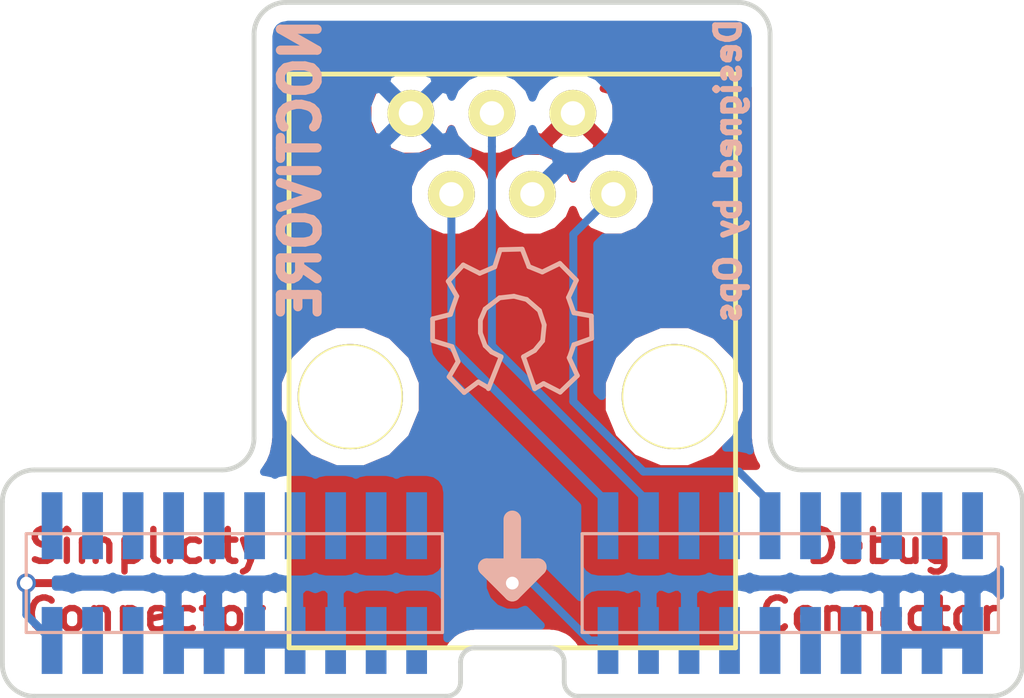
<source format=kicad_pcb>
(kicad_pcb (version 4) (host pcbnew 4.0.1-3.201512221402+6198~38~ubuntu15.04.1-stable)

  (general
    (links 16)
    (no_connects 0)
    (area 129.687976 91.704999 162.555001 114.725)
    (thickness 1.6)
    (drawings 40)
    (tracks 21)
    (zones 0)
    (modules 4)
    (nets 31)
  )

  (page A4)
  (layers
    (0 F.Cu signal)
    (31 B.Cu signal)
    (32 B.Adhes user)
    (33 F.Adhes user)
    (34 B.Paste user)
    (35 F.Paste user)
    (36 B.SilkS user)
    (37 F.SilkS user)
    (38 B.Mask user)
    (39 F.Mask user)
    (40 Dwgs.User user)
    (41 Cmts.User user)
    (42 Eco1.User user)
    (43 Eco2.User user)
    (44 Edge.Cuts user)
    (45 Margin user)
    (46 B.CrtYd user)
    (47 F.CrtYd user)
    (48 B.Fab user)
    (49 F.Fab user)
  )

  (setup
    (last_trace_width 0.25)
    (trace_clearance 0.2)
    (zone_clearance 0.5)
    (zone_45_only no)
    (trace_min 0.2)
    (segment_width 0.2)
    (edge_width 0.15)
    (via_size 0.6)
    (via_drill 0.4)
    (via_min_size 0.4)
    (via_min_drill 0.3)
    (uvia_size 0.3)
    (uvia_drill 0.1)
    (uvias_allowed no)
    (uvia_min_size 0.2)
    (uvia_min_drill 0.1)
    (pcb_text_width 0.3)
    (pcb_text_size 1.5 1.5)
    (mod_edge_width 0.15)
    (mod_text_size 1 1)
    (mod_text_width 0.15)
    (pad_size 3.3 3.3)
    (pad_drill 3.2)
    (pad_to_mask_clearance 0.2)
    (aux_axis_origin 0 0)
    (visible_elements FFFFFF7F)
    (pcbplotparams
      (layerselection 0x010d4_80000001)
      (usegerberextensions true)
      (excludeedgelayer true)
      (linewidth 0.100000)
      (plotframeref false)
      (viasonmask false)
      (mode 1)
      (useauxorigin false)
      (hpglpennumber 1)
      (hpglpenspeed 20)
      (hpglpendiameter 15)
      (hpglpenoverlay 2)
      (psnegative false)
      (psa4output false)
      (plotreference true)
      (plotvalue true)
      (plotinvisibletext false)
      (padsonsilk false)
      (subtractmaskfromsilk false)
      (outputformat 1)
      (mirror false)
      (drillshape 0)
      (scaleselection 1)
      (outputdirectory /home/ops/Documents/Earings/BGM111_Programmer/gerbers/))
  )

  (net 0 "")
  (net 1 GND)
  (net 2 /SWDIO)
  (net 3 /RESET)
  (net 4 /SWCLK)
  (net 5 +3V3)
  (net 6 "Net-(P1-Pad8)")
  (net 7 "Net-(P1-Pad10)")
  (net 8 "Net-(P1-Pad12)")
  (net 9 "Net-(P1-Pad14)")
  (net 10 "Net-(P1-Pad5)")
  (net 11 "Net-(P1-Pad7)")
  (net 12 "Net-(P1-Pad11)")
  (net 13 "Net-(P1-Pad13)")
  (net 14 "Net-(P1-Pad15)")
  (net 15 "Net-(P1-Pad17)")
  (net 16 "Net-(P1-Pad19)")
  (net 17 "Net-(P2-Pad4)")
  (net 18 "Net-(P2-Pad6)")
  (net 19 "Net-(P2-Pad18)")
  (net 20 "Net-(P2-Pad20)")
  (net 21 "Net-(P2-Pad1)")
  (net 22 "Net-(P2-Pad3)")
  (net 23 "Net-(P2-Pad5)")
  (net 24 "Net-(P2-Pad7)")
  (net 25 "Net-(P2-Pad9)")
  (net 26 "Net-(P2-Pad11)")
  (net 27 "Net-(P2-Pad13)")
  (net 28 "Net-(P2-Pad15)")
  (net 29 "Net-(P2-Pad17)")
  (net 30 "Net-(P2-Pad19)")

  (net_class Default "This is the default net class."
    (clearance 0.2)
    (trace_width 0.25)
    (via_dia 0.6)
    (via_drill 0.4)
    (uvia_dia 0.3)
    (uvia_drill 0.1)
    (add_net +3V3)
    (add_net /RESET)
    (add_net /SWCLK)
    (add_net /SWDIO)
    (add_net GND)
    (add_net "Net-(P1-Pad10)")
    (add_net "Net-(P1-Pad11)")
    (add_net "Net-(P1-Pad12)")
    (add_net "Net-(P1-Pad13)")
    (add_net "Net-(P1-Pad14)")
    (add_net "Net-(P1-Pad15)")
    (add_net "Net-(P1-Pad17)")
    (add_net "Net-(P1-Pad19)")
    (add_net "Net-(P1-Pad5)")
    (add_net "Net-(P1-Pad7)")
    (add_net "Net-(P1-Pad8)")
    (add_net "Net-(P2-Pad1)")
    (add_net "Net-(P2-Pad11)")
    (add_net "Net-(P2-Pad13)")
    (add_net "Net-(P2-Pad15)")
    (add_net "Net-(P2-Pad17)")
    (add_net "Net-(P2-Pad18)")
    (add_net "Net-(P2-Pad19)")
    (add_net "Net-(P2-Pad20)")
    (add_net "Net-(P2-Pad3)")
    (add_net "Net-(P2-Pad4)")
    (add_net "Net-(P2-Pad5)")
    (add_net "Net-(P2-Pad6)")
    (add_net "Net-(P2-Pad7)")
    (add_net "Net-(P2-Pad9)")
  )

  (module lib:Pin_Header_Straight_2X20_Pitch_1.27mm (layer B.Cu) (tedit 56ABFB79) (tstamp 56ABF462)
    (at 155.2025 110)
    (path /56AABF45)
    (fp_text reference P1 (at 0 3.75) (layer B.SilkS) hide
      (effects (font (size 1 1) (thickness 0.15)) (justify mirror))
    )
    (fp_text value "Debug Connector" (at 0 0) (layer F.Fab) hide
      (effects (font (size 1 1) (thickness 0.15)))
    )
    (fp_line (start -6.525 1.55) (end 6.525 1.55) (layer B.SilkS) (width 0.1))
    (fp_line (start -6.525 -1.55) (end -6.525 1.55) (layer B.SilkS) (width 0.1))
    (fp_line (start 6.525 -1.55) (end -6.525 -1.55) (layer B.SilkS) (width 0.1))
    (fp_line (start 6.525 1.55) (end 6.525 -1.55) (layer B.SilkS) (width 0.1))
    (pad 2 smd rect (at -5.715 1.8) (size 0.65 2.1) (layers B.Cu B.Paste B.Mask)
      (net 5 +3V3) (solder_mask_margin 0.1))
    (pad 4 smd rect (at -4.445 1.8) (size 0.65 2.1) (layers B.Cu B.Paste B.Mask)
      (net 1 GND) (solder_mask_margin 0.1))
    (pad 6 smd rect (at -3.175 1.8) (size 0.65 2.1) (layers B.Cu B.Paste B.Mask)
      (net 1 GND) (solder_mask_margin 0.1))
    (pad 8 smd rect (at -1.905 1.8) (size 0.65 2.1) (layers B.Cu B.Paste B.Mask)
      (net 6 "Net-(P1-Pad8)") (solder_mask_margin 0.1))
    (pad 10 smd rect (at -0.635 1.8) (size 0.65 2.1) (layers B.Cu B.Paste B.Mask)
      (net 7 "Net-(P1-Pad10)") (solder_mask_margin 0.1))
    (pad 12 smd rect (at 0.635 1.8) (size 0.65 2.1) (layers B.Cu B.Paste B.Mask)
      (net 8 "Net-(P1-Pad12)") (solder_mask_margin 0.1))
    (pad 14 smd rect (at 1.905 1.8) (size 0.65 2.1) (layers B.Cu B.Paste B.Mask)
      (net 9 "Net-(P1-Pad14)") (solder_mask_margin 0.1))
    (pad 16 smd rect (at 3.175 1.8) (size 0.65 2.1) (layers B.Cu B.Paste B.Mask)
      (net 1 GND) (solder_mask_margin 0.1))
    (pad 18 smd rect (at 4.445 1.8) (size 0.65 2.1) (layers B.Cu B.Paste B.Mask)
      (net 1 GND) (solder_mask_margin 0.1))
    (pad 20 smd rect (at 5.715 1.8) (size 0.65 2.1) (layers B.Cu B.Paste B.Mask)
      (net 1 GND) (solder_mask_margin 0.1))
    (pad 1 smd rect (at -5.715 -1.8) (size 0.65 2.1) (layers B.Cu B.Paste B.Mask)
      (net 2 /SWDIO) (solder_mask_margin 0.1))
    (pad 3 smd rect (at -4.445 -1.8) (size 0.65 2.1) (layers B.Cu B.Paste B.Mask)
      (net 4 /SWCLK) (solder_mask_margin 0.1))
    (pad 5 smd rect (at -3.175 -1.8) (size 0.65 2.1) (layers B.Cu B.Paste B.Mask)
      (net 10 "Net-(P1-Pad5)") (solder_mask_margin 0.1))
    (pad 7 smd rect (at -1.905 -1.8) (size 0.65 2.1) (layers B.Cu B.Paste B.Mask)
      (net 11 "Net-(P1-Pad7)") (solder_mask_margin 0.1))
    (pad 9 smd rect (at -0.635 -1.8) (size 0.65 2.1) (layers B.Cu B.Paste B.Mask)
      (net 3 /RESET) (solder_mask_margin 0.1))
    (pad 11 smd rect (at 0.635 -1.8) (size 0.65 2.1) (layers B.Cu B.Paste B.Mask)
      (net 12 "Net-(P1-Pad11)") (solder_mask_margin 0.1))
    (pad 13 smd rect (at 1.905 -1.8) (size 0.65 2.1) (layers B.Cu B.Paste B.Mask)
      (net 13 "Net-(P1-Pad13)") (solder_mask_margin 0.1))
    (pad 15 smd rect (at 3.175 -1.8) (size 0.65 2.1) (layers B.Cu B.Paste B.Mask)
      (net 14 "Net-(P1-Pad15)") (solder_mask_margin 0.1))
    (pad 17 smd rect (at 4.445 -1.8) (size 0.65 2.1) (layers B.Cu B.Paste B.Mask)
      (net 15 "Net-(P1-Pad17)") (solder_mask_margin 0.1))
    (pad 19 smd rect (at 5.715 -1.8) (size 0.65 2.1) (layers B.Cu B.Paste B.Mask)
      (net 16 "Net-(P1-Pad19)") (solder_mask_margin 0.1))
  )

  (module lib:Pin_Header_Straight_2X20_Pitch_1.27mm (layer B.Cu) (tedit 56ABFB7F) (tstamp 56ABF47A)
    (at 137.7725 110)
    (path /56AABF8E)
    (fp_text reference P2 (at 0 3.75) (layer B.SilkS) hide
      (effects (font (size 1 1) (thickness 0.15)) (justify mirror))
    )
    (fp_text value "Simplicity Connector" (at 0 0) (layer F.Fab) hide
      (effects (font (size 1 1) (thickness 0.15)))
    )
    (fp_line (start -6.525 1.55) (end 6.525 1.55) (layer B.SilkS) (width 0.1))
    (fp_line (start -6.525 -1.55) (end -6.525 1.55) (layer B.SilkS) (width 0.1))
    (fp_line (start 6.525 -1.55) (end -6.525 -1.55) (layer B.SilkS) (width 0.1))
    (fp_line (start 6.525 1.55) (end 6.525 -1.55) (layer B.SilkS) (width 0.1))
    (pad 2 smd rect (at -5.715 1.8) (size 0.65 2.1) (layers B.Cu B.Paste B.Mask)
      (net 5 +3V3) (solder_mask_margin 0.1))
    (pad 4 smd rect (at -4.445 1.8) (size 0.65 2.1) (layers B.Cu B.Paste B.Mask)
      (net 17 "Net-(P2-Pad4)") (solder_mask_margin 0.1))
    (pad 6 smd rect (at -3.175 1.8) (size 0.65 2.1) (layers B.Cu B.Paste B.Mask)
      (net 18 "Net-(P2-Pad6)") (solder_mask_margin 0.1))
    (pad 8 smd rect (at -1.905 1.8) (size 0.65 2.1) (layers B.Cu B.Paste B.Mask)
      (net 1 GND) (solder_mask_margin 0.1))
    (pad 10 smd rect (at -0.635 1.8) (size 0.65 2.1) (layers B.Cu B.Paste B.Mask)
      (net 1 GND) (solder_mask_margin 0.1))
    (pad 12 smd rect (at 0.635 1.8) (size 0.65 2.1) (layers B.Cu B.Paste B.Mask)
      (net 1 GND) (solder_mask_margin 0.1))
    (pad 14 smd rect (at 1.905 1.8) (size 0.65 2.1) (layers B.Cu B.Paste B.Mask)
      (net 1 GND) (solder_mask_margin 0.1))
    (pad 16 smd rect (at 3.175 1.8) (size 0.65 2.1) (layers B.Cu B.Paste B.Mask)
      (net 1 GND) (solder_mask_margin 0.1))
    (pad 18 smd rect (at 4.445 1.8) (size 0.65 2.1) (layers B.Cu B.Paste B.Mask)
      (net 19 "Net-(P2-Pad18)") (solder_mask_margin 0.1))
    (pad 20 smd rect (at 5.715 1.8) (size 0.65 2.1) (layers B.Cu B.Paste B.Mask)
      (net 20 "Net-(P2-Pad20)") (solder_mask_margin 0.1))
    (pad 1 smd rect (at -5.715 -1.8) (size 0.65 2.1) (layers B.Cu B.Paste B.Mask)
      (net 21 "Net-(P2-Pad1)") (solder_mask_margin 0.1))
    (pad 3 smd rect (at -4.445 -1.8) (size 0.65 2.1) (layers B.Cu B.Paste B.Mask)
      (net 22 "Net-(P2-Pad3)") (solder_mask_margin 0.1))
    (pad 5 smd rect (at -3.175 -1.8) (size 0.65 2.1) (layers B.Cu B.Paste B.Mask)
      (net 23 "Net-(P2-Pad5)") (solder_mask_margin 0.1))
    (pad 7 smd rect (at -1.905 -1.8) (size 0.65 2.1) (layers B.Cu B.Paste B.Mask)
      (net 24 "Net-(P2-Pad7)") (solder_mask_margin 0.1))
    (pad 9 smd rect (at -0.635 -1.8) (size 0.65 2.1) (layers B.Cu B.Paste B.Mask)
      (net 25 "Net-(P2-Pad9)") (solder_mask_margin 0.1))
    (pad 11 smd rect (at 0.635 -1.8) (size 0.65 2.1) (layers B.Cu B.Paste B.Mask)
      (net 26 "Net-(P2-Pad11)") (solder_mask_margin 0.1))
    (pad 13 smd rect (at 1.905 -1.8) (size 0.65 2.1) (layers B.Cu B.Paste B.Mask)
      (net 27 "Net-(P2-Pad13)") (solder_mask_margin 0.1))
    (pad 15 smd rect (at 3.175 -1.8) (size 0.65 2.1) (layers B.Cu B.Paste B.Mask)
      (net 28 "Net-(P2-Pad15)") (solder_mask_margin 0.1))
    (pad 17 smd rect (at 4.445 -1.8) (size 0.65 2.1) (layers B.Cu B.Paste B.Mask)
      (net 29 "Net-(P2-Pad17)") (solder_mask_margin 0.1))
    (pad 19 smd rect (at 5.715 -1.8) (size 0.65 2.1) (layers B.Cu B.Paste B.Mask)
      (net 30 "Net-(P2-Pad19)") (solder_mask_margin 0.1))
  )

  (module lib:RJ12 (layer F.Cu) (tedit 56C0EB2A) (tstamp 56ABF44A)
    (at 146.4875 104.15)
    (path /56AC2090)
    (fp_text reference J1 (at 0 -10.9) (layer F.SilkS) hide
      (effects (font (size 1 1) (thickness 0.15)))
    )
    (fp_text value FCI_RJ12 (at 0 8.8) (layer F.Fab) hide
      (effects (font (size 1 1) (thickness 0.15)))
    )
    (fp_line (start -7 -10.12) (end -7 7.88) (layer F.SilkS) (width 0.15))
    (fp_line (start 7 -10.12) (end 7 7.88) (layer F.SilkS) (width 0.15))
    (fp_line (start -7 7.88) (end 7 7.88) (layer F.SilkS) (width 0.15))
    (fp_line (start -7 -10.12) (end 7 -10.12) (layer F.SilkS) (width 0.15))
    (pad 6 thru_hole circle (at 3.17 -6.35) (size 1.4712 1.4712) (drill 0.76) (layers *.Cu *.Mask F.SilkS)
      (net 3 /RESET))
    (pad "" np_thru_hole circle (at 5.08 0) (size 3.3 3.3) (drill 3.2) (layers *.Cu *.Mask F.SilkS))
    (pad "" np_thru_hole circle (at -5.08 0) (size 3.3 3.3) (drill 3.2) (layers *.Cu *.Mask F.SilkS))
    (pad 5 thru_hole circle (at 1.9 -8.89) (size 1.4712 1.4712) (drill 0.76) (layers *.Cu *.Mask F.SilkS)
      (net 5 +3V3))
    (pad 3 thru_hole circle (at -0.64 -8.89) (size 1.4712 1.4712) (drill 0.76) (layers *.Cu *.Mask F.SilkS)
      (net 4 /SWCLK))
    (pad 1 thru_hole circle (at -3.18 -8.89) (size 1.4712 1.4712) (drill 0.76) (layers *.Cu *.Mask F.SilkS)
      (net 1 GND))
    (pad 4 thru_hole circle (at 0.63 -6.35) (size 1.4712 1.4712) (drill 0.76) (layers *.Cu *.Mask F.SilkS)
      (net 1 GND))
    (pad 2 thru_hole circle (at -1.91 -6.35) (size 1.4712 1.4712) (drill 0.76) (layers *.Cu *.Mask F.SilkS)
      (net 2 /SWDIO))
  )

  (module lib:Symbol_OSHW-Logo_SilkScreen (layer B.Cu) (tedit 56AC2892) (tstamp 56AC2887)
    (at 146.4875 102 180)
    (descr "Symbol, OSHW-Logo, Silk Screen,")
    (tags "Symbol, OSHW-Logo, Silk Screen,")
    (fp_text reference REF** (at 0 3.4 180) (layer B.SilkS) hide
      (effects (font (size 1 1) (thickness 0.15)) (justify mirror))
    )
    (fp_text value Symbol_OSHW-Logo_SilkScreen (at 0 -3.2 180) (layer B.Fab) hide
      (effects (font (size 1 1) (thickness 0.15)) (justify mirror))
    )
    (fp_line (start -1.78054 -0.92964) (end -2.03962 -1.49098) (layer B.SilkS) (width 0.15))
    (fp_line (start -2.03962 -1.49098) (end -1.50114 -2.00914) (layer B.SilkS) (width 0.15))
    (fp_line (start -1.50114 -2.00914) (end -0.98044 -1.7399) (layer B.SilkS) (width 0.15))
    (fp_line (start -0.98044 -1.7399) (end -0.70104 -1.89992) (layer B.SilkS) (width 0.15))
    (fp_line (start 0.73914 -1.8796) (end 1.06934 -1.6891) (layer B.SilkS) (width 0.15))
    (fp_line (start 1.06934 -1.6891) (end 1.50876 -2.0193) (layer B.SilkS) (width 0.15))
    (fp_line (start 1.50876 -2.0193) (end 1.9812 -1.52908) (layer B.SilkS) (width 0.15))
    (fp_line (start 1.9812 -1.52908) (end 1.69926 -1.04902) (layer B.SilkS) (width 0.15))
    (fp_line (start 1.69926 -1.04902) (end 1.88976 -0.57912) (layer B.SilkS) (width 0.15))
    (fp_line (start 1.88976 -0.57912) (end 2.49936 -0.39116) (layer B.SilkS) (width 0.15))
    (fp_line (start 2.49936 -0.39116) (end 2.49936 0.28956) (layer B.SilkS) (width 0.15))
    (fp_line (start 2.49936 0.28956) (end 1.94056 0.42926) (layer B.SilkS) (width 0.15))
    (fp_line (start 1.94056 0.42926) (end 1.7399 1.00076) (layer B.SilkS) (width 0.15))
    (fp_line (start 1.7399 1.00076) (end 2.00914 1.47066) (layer B.SilkS) (width 0.15))
    (fp_line (start 2.00914 1.47066) (end 1.53924 1.9812) (layer B.SilkS) (width 0.15))
    (fp_line (start 1.53924 1.9812) (end 1.02108 1.71958) (layer B.SilkS) (width 0.15))
    (fp_line (start 1.02108 1.71958) (end 0.55118 1.92024) (layer B.SilkS) (width 0.15))
    (fp_line (start 0.55118 1.92024) (end 0.381 2.46126) (layer B.SilkS) (width 0.15))
    (fp_line (start 0.381 2.46126) (end -0.30988 2.47904) (layer B.SilkS) (width 0.15))
    (fp_line (start -0.30988 2.47904) (end -0.5207 1.9304) (layer B.SilkS) (width 0.15))
    (fp_line (start -0.5207 1.9304) (end -0.9398 1.76022) (layer B.SilkS) (width 0.15))
    (fp_line (start -0.9398 1.76022) (end -1.49098 2.02946) (layer B.SilkS) (width 0.15))
    (fp_line (start -1.49098 2.02946) (end -2.00914 1.50114) (layer B.SilkS) (width 0.15))
    (fp_line (start -2.00914 1.50114) (end -1.76022 0.96012) (layer B.SilkS) (width 0.15))
    (fp_line (start -1.76022 0.96012) (end -1.9304 0.48006) (layer B.SilkS) (width 0.15))
    (fp_line (start -1.9304 0.48006) (end -2.47904 0.381) (layer B.SilkS) (width 0.15))
    (fp_line (start -2.47904 0.381) (end -2.4892 -0.32004) (layer B.SilkS) (width 0.15))
    (fp_line (start -2.4892 -0.32004) (end -1.9304 -0.5207) (layer B.SilkS) (width 0.15))
    (fp_line (start -1.9304 -0.5207) (end -1.7907 -0.91948) (layer B.SilkS) (width 0.15))
    (fp_line (start 0.35052 -0.89916) (end 0.65024 -0.7493) (layer B.SilkS) (width 0.15))
    (fp_line (start 0.65024 -0.7493) (end 0.8509 -0.55118) (layer B.SilkS) (width 0.15))
    (fp_line (start 0.8509 -0.55118) (end 1.00076 -0.14986) (layer B.SilkS) (width 0.15))
    (fp_line (start 1.00076 -0.14986) (end 1.00076 0.24892) (layer B.SilkS) (width 0.15))
    (fp_line (start 1.00076 0.24892) (end 0.8509 0.59944) (layer B.SilkS) (width 0.15))
    (fp_line (start 0.8509 0.59944) (end 0.39878 0.94996) (layer B.SilkS) (width 0.15))
    (fp_line (start 0.39878 0.94996) (end -0.0508 1.00076) (layer B.SilkS) (width 0.15))
    (fp_line (start -0.0508 1.00076) (end -0.44958 0.89916) (layer B.SilkS) (width 0.15))
    (fp_line (start -0.44958 0.89916) (end -0.8509 0.55118) (layer B.SilkS) (width 0.15))
    (fp_line (start -0.8509 0.55118) (end -1.00076 0.09906) (layer B.SilkS) (width 0.15))
    (fp_line (start -1.00076 0.09906) (end -0.94996 -0.39878) (layer B.SilkS) (width 0.15))
    (fp_line (start -0.94996 -0.39878) (end -0.70104 -0.70104) (layer B.SilkS) (width 0.15))
    (fp_line (start -0.70104 -0.70104) (end -0.35052 -0.89916) (layer B.SilkS) (width 0.15))
    (fp_line (start -0.35052 -0.89916) (end -0.70104 -1.89992) (layer B.SilkS) (width 0.15))
    (fp_line (start 0.35052 -0.89916) (end 0.7493 -1.89992) (layer B.SilkS) (width 0.15))
  )

  (gr_line (start 146.4875 110.3) (end 145.6875 109.5) (layer B.SilkS) (width 0.55))
  (gr_line (start 147.2875 109.5) (end 146.4875 110.3) (layer B.SilkS) (width 0.55))
  (gr_line (start 145.6875 109.5) (end 147.2875 109.5) (layer B.SilkS) (width 0.55))
  (gr_line (start 146.4875 108) (end 146.4875 110) (layer B.SilkS) (width 0.55))
  (gr_text "Designed by Ops" (at 153.26 97.07 90) (layer B.SilkS)
    (effects (font (size 0.75 0.75) (thickness 0.1875)) (justify mirror))
  )
  (gr_text NOCTIVORE (at 139.85 97.03 90) (layer B.SilkS)
    (effects (font (size 1.15 1.15) (thickness 0.2875)) (justify mirror))
  )
  (gr_arc (start 148.565 113.1) (end 148.565 113.55) (angle 90) (layer Edge.Cuts) (width 0.15) (tstamp 56B11E83))
  (gr_arc (start 147.665 112.48) (end 147.665 112.03) (angle 90) (layer Edge.Cuts) (width 0.15) (tstamp 56B11E77))
  (gr_arc (start 145.315 112.48) (end 144.865 112.48) (angle 90) (layer Edge.Cuts) (width 0.15) (tstamp 56B11E6C))
  (gr_arc (start 144.415 113.1) (end 144.865 113.1) (angle 90) (layer Edge.Cuts) (width 0.15))
  (gr_line (start 148.115 112.48) (end 148.115 113.1) (layer Edge.Cuts) (width 0.15))
  (gr_line (start 144.865 112.48) (end 144.865 113.1) (layer Edge.Cuts) (width 0.15))
  (gr_line (start 145.315 112.03) (end 147.665 112.03) (layer Edge.Cuts) (width 0.15))
  (gr_line (start 144.415 113.55) (end 131.5 113.55) (layer Edge.Cuts) (width 0.15) (tstamp 56B11961))
  (gr_arc (start 153.57 92.78) (end 153.57 91.78) (angle 90) (layer Edge.Cuts) (width 0.15) (tstamp 56AC168A))
  (gr_arc (start 139.39 92.78) (end 138.39 92.78) (angle 90) (layer Edge.Cuts) (width 0.15) (tstamp 56AC1688))
  (gr_arc (start 137.39 105.45) (end 138.39 105.45) (angle 90) (layer Edge.Cuts) (width 0.15) (tstamp 56AC1685))
  (gr_arc (start 131.5 107.45) (end 130.5 107.45) (angle 90) (layer Edge.Cuts) (width 0.15) (tstamp 56AC1683))
  (gr_arc (start 131.5 112.55) (end 131.5 113.55) (angle 90) (layer Edge.Cuts) (width 0.15) (tstamp 56AC1681))
  (gr_arc (start 161.48 112.55) (end 162.48 112.55) (angle 90) (layer Edge.Cuts) (width 0.15) (tstamp 56AC167F))
  (gr_arc (start 161.48 107.45) (end 161.48 106.45) (angle 90) (layer Edge.Cuts) (width 0.15) (tstamp 56AC1674))
  (gr_arc (start 155.57 105.45) (end 155.57 106.45) (angle 90) (layer Edge.Cuts) (width 0.15))
  (gr_text Connector (at 157.985 111) (layer F.Mask) (tstamp 56AC031D)
    (effects (font (size 1 1) (thickness 0.25)))
  )
  (gr_text Connector (at 157.985 111) (layer F.Cu) (tstamp 56AC030C)
    (effects (font (size 1 1) (thickness 0.2)))
  )
  (gr_text Connector (at 134.995 111) (layer F.Cu) (tstamp 56AC02F2)
    (effects (font (size 1 1) (thickness 0.2)))
  )
  (gr_text Connector (at 134.995 111) (layer F.Mask) (tstamp 56AC02E7)
    (effects (font (size 1 1) (thickness 0.25)))
  )
  (gr_text "Tag-Connect RJ12" (at 146.49 93.03) (layer F.Mask) (tstamp 56AC026E)
    (effects (font (size 1 1) (thickness 0.25)))
  )
  (gr_text Simplicity (at 134.995 108.85) (layer F.Mask) (tstamp 56AC0258)
    (effects (font (size 1 1) (thickness 0.25)))
  )
  (gr_text Debug (at 157.985 108.85) (layer F.Mask) (tstamp 56AC0246)
    (effects (font (size 1 1) (thickness 0.25)))
  )
  (gr_text "Tag-Connect RJ12" (at 146.49 93.03) (layer F.Cu)
    (effects (font (size 1 1) (thickness 0.2)))
  )
  (gr_text Simplicity (at 134.995 108.85) (layer F.Cu)
    (effects (font (size 1 1) (thickness 0.2)))
  )
  (gr_text Debug (at 157.985 108.853) (layer F.Cu)
    (effects (font (size 1 1) (thickness 0.2)))
  )
  (gr_line (start 162.48 107.45) (end 162.48 112.55) (layer Edge.Cuts) (width 0.15))
  (gr_line (start 155.57 106.45) (end 161.48 106.45) (layer Edge.Cuts) (width 0.15))
  (gr_line (start 154.57 92.79) (end 154.57 105.45) (layer Edge.Cuts) (width 0.15))
  (gr_line (start 139.39 91.78) (end 153.57 91.78) (layer Edge.Cuts) (width 0.15))
  (gr_line (start 138.39 105.45) (end 138.39 92.78) (layer Edge.Cuts) (width 0.15))
  (gr_line (start 131.5 106.45) (end 137.39 106.45) (layer Edge.Cuts) (width 0.15))
  (gr_line (start 130.5 112.55) (end 130.5 107.45) (layer Edge.Cuts) (width 0.15))
  (gr_line (start 161.48 113.55) (end 148.565 113.55) (layer Edge.Cuts) (width 0.15))

  (segment (start 149.4875 108.2) (end 149.4875 107.4875) (width 0.25) (layer B.Cu) (net 2))
  (segment (start 149.4875 107.4875) (end 144.5775 102.5775) (width 0.25) (layer B.Cu) (net 2))
  (segment (start 144.5775 102.5775) (end 144.5775 97.8) (width 0.25) (layer B.Cu) (net 2))
  (segment (start 149.6575 97.8) (end 148.4 99.0575) (width 0.25) (layer B.Cu) (net 3))
  (segment (start 150.6 106.5) (end 153.5925 106.5) (width 0.25) (layer B.Cu) (net 3))
  (segment (start 148.4 99.0575) (end 148.4 104.3) (width 0.25) (layer B.Cu) (net 3))
  (segment (start 148.4 104.3) (end 150.6 106.5) (width 0.25) (layer B.Cu) (net 3))
  (segment (start 153.5925 106.5) (end 154.5675 107.475) (width 0.25) (layer B.Cu) (net 3))
  (segment (start 154.5675 107.475) (end 154.5675 108.2) (width 0.25) (layer B.Cu) (net 3))
  (segment (start 150.7575 108.2) (end 150.7575 107.4575) (width 0.25) (layer B.Cu) (net 4))
  (segment (start 150.7575 107.4575) (end 145.8475 102.5475) (width 0.25) (layer B.Cu) (net 4))
  (segment (start 145.8475 102.5475) (end 145.8475 96.300295) (width 0.25) (layer B.Cu) (net 4))
  (segment (start 145.8475 96.300295) (end 145.8475 95.26) (width 0.25) (layer B.Cu) (net 4))
  (segment (start 147.1125 110) (end 146.4875 110) (width 0.25) (layer B.Cu) (net 5))
  (segment (start 149.4875 111.8) (end 148.9125 111.8) (width 0.25) (layer B.Cu) (net 5))
  (segment (start 148.9125 111.8) (end 147.1125 110) (width 0.25) (layer B.Cu) (net 5))
  (segment (start 131.25 110) (end 131.25 110.9925) (width 0.25) (layer B.Cu) (net 5))
  (segment (start 131.25 110.9925) (end 132.0575 111.8) (width 0.25) (layer B.Cu) (net 5))
  (segment (start 146.4875 110) (end 131.25 110) (width 0.25) (layer F.Cu) (net 5))
  (via (at 131.25 110) (size 0.6) (drill 0.4) (layers F.Cu B.Cu) (net 5))
  (via (at 146.4875 110) (size 0.6) (drill 0.4) (layers F.Cu B.Cu) (net 5))

  (zone (net 5) (net_name +3V3) (layer F.Cu) (tstamp 0) (hatch edge 0.508)
    (connect_pads (clearance 0.5))
    (min_thickness 0.25)
    (fill yes (arc_segments 16) (thermal_gap 0.508) (thermal_bridge_width 0.508))
    (polygon
      (pts
        (xy 130.5 106.45) (xy 130.5 113.55) (xy 162.48 113.55) (xy 162.48 106.45) (xy 154.57 106.45)
        (xy 154.57 91.78) (xy 138.39 91.78) (xy 138.39 106.45)
      )
    )
    (filled_polygon
      (pts
        (xy 142.154712 94.488276) (xy 141.947136 94.988173) (xy 141.946664 95.529453) (xy 142.153367 96.029711) (xy 142.535776 96.412788)
        (xy 143.035673 96.620364) (xy 143.576953 96.620836) (xy 144.077211 96.414133) (xy 144.460288 96.031724) (xy 144.577532 95.74937)
        (xy 144.693367 96.029711) (xy 145.075776 96.412788) (xy 145.575673 96.620364) (xy 146.116953 96.620836) (xy 146.617211 96.414133)
        (xy 146.810426 96.221254) (xy 147.60868 96.221254) (xy 147.675173 96.459902) (xy 148.188578 96.641161) (xy 148.732268 96.61215)
        (xy 149.099827 96.459902) (xy 149.16632 96.221254) (xy 148.3875 95.442434) (xy 147.60868 96.221254) (xy 146.810426 96.221254)
        (xy 147.000288 96.031724) (xy 147.106375 95.776238) (xy 147.187598 95.972327) (xy 147.426246 96.03882) (xy 148.205066 95.26)
        (xy 148.190924 95.245858) (xy 148.373358 95.063424) (xy 148.3875 95.077566) (xy 148.401642 95.063424) (xy 148.584076 95.245858)
        (xy 148.569934 95.26) (xy 149.348754 96.03882) (xy 149.587402 95.972327) (xy 149.768661 95.458922) (xy 149.73965 94.915232)
        (xy 149.587402 94.547673) (xy 149.348756 94.48118) (xy 149.374936 94.455) (xy 153.87 94.455) (xy 153.87 105.45)
        (xy 153.88345 105.517618) (xy 153.88345 105.586563) (xy 153.95957 105.969245) (xy 153.95957 105.969246) (xy 153.995647 106.056343)
        (xy 154.06409 106.221581) (xy 154.064091 106.221582) (xy 154.133193 106.325) (xy 153.49 106.325) (xy 153.444568 106.333549)
        (xy 153.402841 106.360399) (xy 153.374848 106.401368) (xy 153.365 106.45) (xy 153.365 111.905) (xy 148.653492 111.905)
        (xy 148.565226 111.772901) (xy 148.468662 111.676338) (xy 148.372099 111.579774) (xy 148.226109 111.482226) (xy 148.226107 111.482225)
        (xy 148.226106 111.482224) (xy 148.090973 111.42625) (xy 147.973774 111.377705) (xy 147.973772 111.377705) (xy 147.97377 111.377704)
        (xy 147.801562 111.34345) (xy 147.732618 111.34345) (xy 147.665 111.33) (xy 145.315 111.33) (xy 145.247382 111.34345)
        (xy 145.178438 111.34345) (xy 145.00623 111.377704) (xy 145.006228 111.377705) (xy 145.006226 111.377705) (xy 144.889027 111.42625)
        (xy 144.753894 111.482224) (xy 144.753893 111.482225) (xy 144.753891 111.482226) (xy 144.607901 111.579774) (xy 144.511338 111.676338)
        (xy 144.414774 111.772901) (xy 144.326508 111.905) (xy 139.615 111.905) (xy 139.615 106.45) (xy 139.606451 106.404568)
        (xy 139.579601 106.362841) (xy 139.538632 106.334848) (xy 139.49 106.325) (xy 138.826807 106.325) (xy 138.895909 106.221582)
        (xy 138.89591 106.221581) (xy 138.962383 106.0611) (xy 139.00043 105.969247) (xy 139.00043 105.969245) (xy 139.07655 105.586563)
        (xy 139.07655 105.517618) (xy 139.09 105.45) (xy 139.09 104.60054) (xy 139.132106 104.60054) (xy 139.477724 105.437)
        (xy 140.117133 106.077527) (xy 140.952989 106.424604) (xy 141.85804 106.425394) (xy 142.6945 106.079776) (xy 143.335027 105.440367)
        (xy 143.682104 104.604511) (xy 143.682107 104.60054) (xy 149.292106 104.60054) (xy 149.637724 105.437) (xy 150.277133 106.077527)
        (xy 151.112989 106.424604) (xy 152.01804 106.425394) (xy 152.8545 106.079776) (xy 153.495027 105.440367) (xy 153.842104 104.604511)
        (xy 153.842894 103.69946) (xy 153.497276 102.863) (xy 152.857867 102.222473) (xy 152.022011 101.875396) (xy 151.11696 101.874606)
        (xy 150.2805 102.220224) (xy 149.639973 102.859633) (xy 149.292896 103.695489) (xy 149.292106 104.60054) (xy 143.682107 104.60054)
        (xy 143.682894 103.69946) (xy 143.337276 102.863) (xy 142.697867 102.222473) (xy 141.862011 101.875396) (xy 140.95696 101.874606)
        (xy 140.1205 102.220224) (xy 139.479973 102.859633) (xy 139.132896 103.695489) (xy 139.132106 104.60054) (xy 139.09 104.60054)
        (xy 139.09 98.069453) (xy 143.216664 98.069453) (xy 143.423367 98.569711) (xy 143.805776 98.952788) (xy 144.305673 99.160364)
        (xy 144.846953 99.160836) (xy 145.347211 98.954133) (xy 145.730288 98.571724) (xy 145.847532 98.28937) (xy 145.963367 98.569711)
        (xy 146.345776 98.952788) (xy 146.845673 99.160364) (xy 147.386953 99.160836) (xy 147.887211 98.954133) (xy 148.270288 98.571724)
        (xy 148.387532 98.28937) (xy 148.503367 98.569711) (xy 148.885776 98.952788) (xy 149.385673 99.160364) (xy 149.926953 99.160836)
        (xy 150.427211 98.954133) (xy 150.810288 98.571724) (xy 151.017864 98.071827) (xy 151.018336 97.530547) (xy 150.811633 97.030289)
        (xy 150.429224 96.647212) (xy 149.929327 96.439636) (xy 149.388047 96.439164) (xy 148.887789 96.645867) (xy 148.504712 97.028276)
        (xy 148.387468 97.31063) (xy 148.271633 97.030289) (xy 147.889224 96.647212) (xy 147.389327 96.439636) (xy 146.848047 96.439164)
        (xy 146.347789 96.645867) (xy 145.964712 97.028276) (xy 145.847468 97.31063) (xy 145.731633 97.030289) (xy 145.349224 96.647212)
        (xy 144.849327 96.439636) (xy 144.308047 96.439164) (xy 143.807789 96.645867) (xy 143.424712 97.028276) (xy 143.217136 97.528173)
        (xy 143.216664 98.069453) (xy 139.09 98.069453) (xy 139.09 94.455) (xy 142.188046 94.455)
      )
    )
  )
  (zone (net 1) (net_name GND) (layer B.Cu) (tstamp 56AC052A) (hatch edge 0.508)
    (connect_pads (clearance 0.5))
    (min_thickness 0.25)
    (fill yes (arc_segments 16) (thermal_gap 0.508) (thermal_bridge_width 0.508))
    (polygon
      (pts
        (xy 130.5 106.45) (xy 130.5 113.55) (xy 162.48 113.55) (xy 162.48 106.45) (xy 154.57 106.45)
        (xy 154.57 91.78) (xy 138.39 91.78) (xy 138.39 106.45)
      )
    )
    (filled_polygon
      (pts
        (xy 153.679557 92.515506) (xy 153.772435 92.577565) (xy 153.834494 92.670443) (xy 153.87 92.848944) (xy 153.87 105.45)
        (xy 153.88345 105.517618) (xy 153.88345 105.586563) (xy 153.934643 105.843927) (xy 153.879513 105.80709) (xy 153.5925 105.75)
        (xy 153.184853 105.75) (xy 153.495027 105.440367) (xy 153.842104 104.604511) (xy 153.842894 103.69946) (xy 153.497276 102.863)
        (xy 152.857867 102.222473) (xy 152.022011 101.875396) (xy 151.11696 101.874606) (xy 150.2805 102.220224) (xy 149.639973 102.859633)
        (xy 149.292896 103.695489) (xy 149.292515 104.131855) (xy 149.15 103.98934) (xy 149.15 99.36816) (xy 149.365975 99.152185)
        (xy 149.385673 99.160364) (xy 149.926953 99.160836) (xy 150.427211 98.954133) (xy 150.810288 98.571724) (xy 151.017864 98.071827)
        (xy 151.018336 97.530547) (xy 150.811633 97.030289) (xy 150.429224 96.647212) (xy 149.929327 96.439636) (xy 149.388047 96.439164)
        (xy 148.887789 96.645867) (xy 148.504712 97.028276) (xy 148.398625 97.283762) (xy 148.317402 97.087673) (xy 148.078754 97.02118)
        (xy 147.299934 97.8) (xy 147.314076 97.814142) (xy 147.131642 97.996576) (xy 147.1175 97.982434) (xy 147.103358 97.996576)
        (xy 146.920924 97.814142) (xy 146.935066 97.8) (xy 146.920924 97.785858) (xy 147.103358 97.603424) (xy 147.1175 97.617566)
        (xy 147.89632 96.838746) (xy 147.829827 96.600098) (xy 147.316422 96.418839) (xy 146.772732 96.44785) (xy 146.5975 96.520434)
        (xy 146.5975 96.422277) (xy 146.617211 96.414133) (xy 147.000288 96.031724) (xy 147.117532 95.74937) (xy 147.233367 96.029711)
        (xy 147.615776 96.412788) (xy 148.115673 96.620364) (xy 148.656953 96.620836) (xy 149.157211 96.414133) (xy 149.540288 96.031724)
        (xy 149.747864 95.531827) (xy 149.748336 94.990547) (xy 149.541633 94.490289) (xy 149.159224 94.107212) (xy 148.659327 93.899636)
        (xy 148.118047 93.899164) (xy 147.617789 94.105867) (xy 147.234712 94.488276) (xy 147.117468 94.77063) (xy 147.001633 94.490289)
        (xy 146.619224 94.107212) (xy 146.119327 93.899636) (xy 145.578047 93.899164) (xy 145.077789 94.105867) (xy 144.694712 94.488276)
        (xy 144.588625 94.743762) (xy 144.507402 94.547673) (xy 144.268754 94.48118) (xy 143.489934 95.26) (xy 144.268754 96.03882)
        (xy 144.507402 95.972327) (xy 144.582162 95.760575) (xy 144.693367 96.029711) (xy 145.075776 96.412788) (xy 145.0975 96.421809)
        (xy 145.0975 96.542687) (xy 144.849327 96.439636) (xy 144.308047 96.439164) (xy 143.807789 96.645867) (xy 143.424712 97.028276)
        (xy 143.217136 97.528173) (xy 143.216664 98.069453) (xy 143.423367 98.569711) (xy 143.805776 98.952788) (xy 143.8275 98.961809)
        (xy 143.8275 102.5775) (xy 143.88459 102.864513) (xy 144.04717 103.10783) (xy 148.525256 107.585916) (xy 148.525256 109.25)
        (xy 148.568837 109.481611) (xy 148.705719 109.694332) (xy 148.914576 109.837038) (xy 149.1625 109.887244) (xy 149.8125 109.887244)
        (xy 150.044111 109.843663) (xy 150.121443 109.793901) (xy 150.184576 109.837038) (xy 150.4325 109.887244) (xy 151.0825 109.887244)
        (xy 151.314111 109.843663) (xy 151.391443 109.793901) (xy 151.454576 109.837038) (xy 151.7025 109.887244) (xy 152.3525 109.887244)
        (xy 152.584111 109.843663) (xy 152.661443 109.793901) (xy 152.724576 109.837038) (xy 152.9725 109.887244) (xy 153.6225 109.887244)
        (xy 153.854111 109.843663) (xy 153.931443 109.793901) (xy 153.994576 109.837038) (xy 154.2425 109.887244) (xy 154.8925 109.887244)
        (xy 155.124111 109.843663) (xy 155.201443 109.793901) (xy 155.264576 109.837038) (xy 155.5125 109.887244) (xy 156.1625 109.887244)
        (xy 156.394111 109.843663) (xy 156.471443 109.793901) (xy 156.534576 109.837038) (xy 156.7825 109.887244) (xy 157.4325 109.887244)
        (xy 157.664111 109.843663) (xy 157.741443 109.793901) (xy 157.804576 109.837038) (xy 158.0525 109.887244) (xy 158.7025 109.887244)
        (xy 158.934111 109.843663) (xy 159.011443 109.793901) (xy 159.074576 109.837038) (xy 159.3225 109.887244) (xy 159.9725 109.887244)
        (xy 160.204111 109.843663) (xy 160.281443 109.793901) (xy 160.344576 109.837038) (xy 160.5925 109.887244) (xy 161.2425 109.887244)
        (xy 161.474111 109.843663) (xy 161.686832 109.706781) (xy 161.78 109.570425) (xy 161.78 110.393532) (xy 161.779131 110.391434)
        (xy 161.601065 110.213368) (xy 161.368411 110.117) (xy 161.20475 110.117) (xy 161.0465 110.27525) (xy 161.0465 111.671)
        (xy 161.0665 111.671) (xy 161.0665 111.929) (xy 161.0465 111.929) (xy 161.0465 111.949) (xy 160.7885 111.949)
        (xy 160.7885 111.929) (xy 159.7765 111.929) (xy 159.7765 111.949) (xy 159.5185 111.949) (xy 159.5185 111.929)
        (xy 158.5065 111.929) (xy 158.5065 111.949) (xy 158.2485 111.949) (xy 158.2485 111.929) (xy 158.2285 111.929)
        (xy 158.2285 111.671) (xy 158.2485 111.671) (xy 158.2485 110.27525) (xy 158.5065 110.27525) (xy 158.5065 111.671)
        (xy 159.5185 111.671) (xy 159.5185 110.27525) (xy 159.7765 110.27525) (xy 159.7765 111.671) (xy 160.7885 111.671)
        (xy 160.7885 110.27525) (xy 160.63025 110.117) (xy 160.466589 110.117) (xy 160.2825 110.193252) (xy 160.098411 110.117)
        (xy 159.93475 110.117) (xy 159.7765 110.27525) (xy 159.5185 110.27525) (xy 159.36025 110.117) (xy 159.196589 110.117)
        (xy 159.0125 110.193252) (xy 158.828411 110.117) (xy 158.66475 110.117) (xy 158.5065 110.27525) (xy 158.2485 110.27525)
        (xy 158.09025 110.117) (xy 157.926589 110.117) (xy 157.731452 110.197828) (xy 157.680424 110.162962) (xy 157.4325 110.112756)
        (xy 156.7825 110.112756) (xy 156.550889 110.156337) (xy 156.473557 110.206099) (xy 156.410424 110.162962) (xy 156.1625 110.112756)
        (xy 155.5125 110.112756) (xy 155.280889 110.156337) (xy 155.203557 110.206099) (xy 155.140424 110.162962) (xy 154.8925 110.112756)
        (xy 154.2425 110.112756) (xy 154.010889 110.156337) (xy 153.933557 110.206099) (xy 153.870424 110.162962) (xy 153.6225 110.112756)
        (xy 152.9725 110.112756) (xy 152.740889 110.156337) (xy 152.675289 110.198549) (xy 152.478411 110.117) (xy 152.31475 110.117)
        (xy 152.1565 110.27525) (xy 152.1565 111.671) (xy 152.1765 111.671) (xy 152.1765 111.929) (xy 152.1565 111.929)
        (xy 152.1565 111.949) (xy 151.8985 111.949) (xy 151.8985 111.929) (xy 150.8865 111.929) (xy 150.8865 111.949)
        (xy 150.6285 111.949) (xy 150.6285 111.929) (xy 150.6085 111.929) (xy 150.6085 111.671) (xy 150.6285 111.671)
        (xy 150.6285 110.27525) (xy 150.8865 110.27525) (xy 150.8865 111.671) (xy 151.8985 111.671) (xy 151.8985 110.27525)
        (xy 151.74025 110.117) (xy 151.576589 110.117) (xy 151.3925 110.193252) (xy 151.208411 110.117) (xy 151.04475 110.117)
        (xy 150.8865 110.27525) (xy 150.6285 110.27525) (xy 150.47025 110.117) (xy 150.306589 110.117) (xy 150.111452 110.197828)
        (xy 150.060424 110.162962) (xy 149.8125 110.112756) (xy 149.1625 110.112756) (xy 148.930889 110.156337) (xy 148.718168 110.293219)
        (xy 148.615962 110.442802) (xy 147.64283 109.46967) (xy 147.399513 109.30709) (xy 147.1125 109.25) (xy 147.045816 109.25)
        (xy 147.012155 109.21628) (xy 146.672301 109.075161) (xy 146.304313 109.07484) (xy 145.964214 109.215366) (xy 145.70378 109.475345)
        (xy 145.562661 109.815199) (xy 145.56234 110.183187) (xy 145.702866 110.523286) (xy 145.962845 110.78372) (xy 146.302699 110.924839)
        (xy 146.670687 110.92516) (xy 146.88744 110.8356) (xy 147.38184 111.33) (xy 145.315 111.33) (xy 145.247382 111.34345)
        (xy 145.178438 111.34345) (xy 145.00623 111.377704) (xy 145.006228 111.377705) (xy 145.006226 111.377705) (xy 144.889027 111.42625)
        (xy 144.753894 111.482224) (xy 144.753893 111.482225) (xy 144.753891 111.482226) (xy 144.607901 111.579774) (xy 144.511338 111.676338)
        (xy 144.449744 111.737931) (xy 144.449744 110.75) (xy 144.406163 110.518389) (xy 144.269281 110.305668) (xy 144.060424 110.162962)
        (xy 143.8125 110.112756) (xy 143.1625 110.112756) (xy 142.930889 110.156337) (xy 142.853557 110.206099) (xy 142.790424 110.162962)
        (xy 142.5425 110.112756) (xy 141.8925 110.112756) (xy 141.660889 110.156337) (xy 141.595289 110.198549) (xy 141.398411 110.117)
        (xy 141.23475 110.117) (xy 141.0765 110.27525) (xy 141.0765 111.671) (xy 141.0965 111.671) (xy 141.0965 111.929)
        (xy 141.0765 111.929) (xy 141.0765 111.949) (xy 140.8185 111.949) (xy 140.8185 111.929) (xy 139.8065 111.929)
        (xy 139.8065 111.949) (xy 139.5485 111.949) (xy 139.5485 111.929) (xy 138.5365 111.929) (xy 138.5365 111.949)
        (xy 138.2785 111.949) (xy 138.2785 111.929) (xy 137.2665 111.929) (xy 137.2665 111.949) (xy 137.0085 111.949)
        (xy 137.0085 111.929) (xy 135.9965 111.929) (xy 135.9965 111.949) (xy 135.7385 111.949) (xy 135.7385 111.929)
        (xy 135.7185 111.929) (xy 135.7185 111.671) (xy 135.7385 111.671) (xy 135.7385 110.27525) (xy 135.9965 110.27525)
        (xy 135.9965 111.671) (xy 137.0085 111.671) (xy 137.0085 110.27525) (xy 137.2665 110.27525) (xy 137.2665 111.671)
        (xy 138.2785 111.671) (xy 138.2785 110.27525) (xy 138.5365 110.27525) (xy 138.5365 111.671) (xy 139.5485 111.671)
        (xy 139.5485 110.27525) (xy 139.8065 110.27525) (xy 139.8065 111.671) (xy 140.8185 111.671) (xy 140.8185 110.27525)
        (xy 140.66025 110.117) (xy 140.496589 110.117) (xy 140.3125 110.193252) (xy 140.128411 110.117) (xy 139.96475 110.117)
        (xy 139.8065 110.27525) (xy 139.5485 110.27525) (xy 139.39025 110.117) (xy 139.226589 110.117) (xy 139.0425 110.193252)
        (xy 138.858411 110.117) (xy 138.69475 110.117) (xy 138.5365 110.27525) (xy 138.2785 110.27525) (xy 138.12025 110.117)
        (xy 137.956589 110.117) (xy 137.7725 110.193252) (xy 137.588411 110.117) (xy 137.42475 110.117) (xy 137.2665 110.27525)
        (xy 137.0085 110.27525) (xy 136.85025 110.117) (xy 136.686589 110.117) (xy 136.5025 110.193252) (xy 136.318411 110.117)
        (xy 136.15475 110.117) (xy 135.9965 110.27525) (xy 135.7385 110.27525) (xy 135.58025 110.117) (xy 135.416589 110.117)
        (xy 135.221452 110.197828) (xy 135.170424 110.162962) (xy 134.9225 110.112756) (xy 134.2725 110.112756) (xy 134.040889 110.156337)
        (xy 133.963557 110.206099) (xy 133.900424 110.162962) (xy 133.6525 110.112756) (xy 133.0025 110.112756) (xy 132.770889 110.156337)
        (xy 132.693557 110.206099) (xy 132.630424 110.162962) (xy 132.3825 110.112756) (xy 132.174902 110.112756) (xy 132.175099 109.887244)
        (xy 132.3825 109.887244) (xy 132.614111 109.843663) (xy 132.691443 109.793901) (xy 132.754576 109.837038) (xy 133.0025 109.887244)
        (xy 133.6525 109.887244) (xy 133.884111 109.843663) (xy 133.961443 109.793901) (xy 134.024576 109.837038) (xy 134.2725 109.887244)
        (xy 134.9225 109.887244) (xy 135.154111 109.843663) (xy 135.231443 109.793901) (xy 135.294576 109.837038) (xy 135.5425 109.887244)
        (xy 136.1925 109.887244) (xy 136.424111 109.843663) (xy 136.501443 109.793901) (xy 136.564576 109.837038) (xy 136.8125 109.887244)
        (xy 137.4625 109.887244) (xy 137.694111 109.843663) (xy 137.771443 109.793901) (xy 137.834576 109.837038) (xy 138.0825 109.887244)
        (xy 138.7325 109.887244) (xy 138.964111 109.843663) (xy 139.041443 109.793901) (xy 139.104576 109.837038) (xy 139.3525 109.887244)
        (xy 140.0025 109.887244) (xy 140.234111 109.843663) (xy 140.311443 109.793901) (xy 140.374576 109.837038) (xy 140.6225 109.887244)
        (xy 141.2725 109.887244) (xy 141.504111 109.843663) (xy 141.581443 109.793901) (xy 141.644576 109.837038) (xy 141.8925 109.887244)
        (xy 142.5425 109.887244) (xy 142.774111 109.843663) (xy 142.851443 109.793901) (xy 142.914576 109.837038) (xy 143.1625 109.887244)
        (xy 143.8125 109.887244) (xy 144.044111 109.843663) (xy 144.256832 109.706781) (xy 144.399538 109.497924) (xy 144.449744 109.25)
        (xy 144.449744 107.15) (xy 144.406163 106.918389) (xy 144.269281 106.705668) (xy 144.060424 106.562962) (xy 143.8125 106.512756)
        (xy 143.1625 106.512756) (xy 142.930889 106.556337) (xy 142.853557 106.606099) (xy 142.790424 106.562962) (xy 142.5425 106.512756)
        (xy 141.8925 106.512756) (xy 141.660889 106.556337) (xy 141.583557 106.606099) (xy 141.520424 106.562962) (xy 141.2725 106.512756)
        (xy 140.6225 106.512756) (xy 140.390889 106.556337) (xy 140.313557 106.606099) (xy 140.250424 106.562962) (xy 140.0025 106.512756)
        (xy 139.3525 106.512756) (xy 139.120889 106.556337) (xy 139.043557 106.606099) (xy 138.980424 106.562962) (xy 138.7325 106.512756)
        (xy 138.701353 106.512756) (xy 138.895909 106.221582) (xy 138.89591 106.221581) (xy 138.962383 106.0611) (xy 139.00043 105.969247)
        (xy 139.00043 105.969245) (xy 139.07655 105.586563) (xy 139.07655 105.517618) (xy 139.09 105.45) (xy 139.09 104.60054)
        (xy 139.132106 104.60054) (xy 139.477724 105.437) (xy 140.117133 106.077527) (xy 140.952989 106.424604) (xy 141.85804 106.425394)
        (xy 142.6945 106.079776) (xy 143.335027 105.440367) (xy 143.682104 104.604511) (xy 143.682894 103.69946) (xy 143.337276 102.863)
        (xy 142.697867 102.222473) (xy 141.862011 101.875396) (xy 140.95696 101.874606) (xy 140.1205 102.220224) (xy 139.479973 102.859633)
        (xy 139.132896 103.695489) (xy 139.132106 104.60054) (xy 139.09 104.60054) (xy 139.09 96.221254) (xy 142.52868 96.221254)
        (xy 142.595173 96.459902) (xy 143.108578 96.641161) (xy 143.652268 96.61215) (xy 144.019827 96.459902) (xy 144.08632 96.221254)
        (xy 143.3075 95.442434) (xy 142.52868 96.221254) (xy 139.09 96.221254) (xy 139.09 95.061078) (xy 141.926339 95.061078)
        (xy 141.95535 95.604768) (xy 142.107598 95.972327) (xy 142.346246 96.03882) (xy 143.125066 95.26) (xy 142.346246 94.48118)
        (xy 142.107598 94.547673) (xy 141.926339 95.061078) (xy 139.09 95.061078) (xy 139.09 94.298746) (xy 142.52868 94.298746)
        (xy 143.3075 95.077566) (xy 144.08632 94.298746) (xy 144.019827 94.060098) (xy 143.506422 93.878839) (xy 142.962732 93.90785)
        (xy 142.595173 94.060098) (xy 142.52868 94.298746) (xy 139.09 94.298746) (xy 139.09 92.848945) (xy 139.125506 92.670443)
        (xy 139.187565 92.577565) (xy 139.280443 92.515506) (xy 139.458944 92.48) (xy 153.501055 92.48)
      )
    )
  )
  (zone (net 0) (net_name "") (layer F.Cu) (tstamp 0) (hatch edge 0.508)
    (connect_pads (clearance 0.508))
    (min_thickness 0.254)
    (keepout (tracks allowed) (vias allowed) (copperpour not_allowed))
    (fill yes (arc_segments 16) (thermal_gap 0.508) (thermal_bridge_width 0.508))
    (polygon
      (pts
        (xy 130.5 106.45) (xy 130.5 113.55) (xy 162.48 113.55) (xy 162.48 106.45) (xy 153.49 106.45)
        (xy 153.49 112.03) (xy 139.49 112.03) (xy 139.49 106.45)
      )
    )
  )
)

</source>
